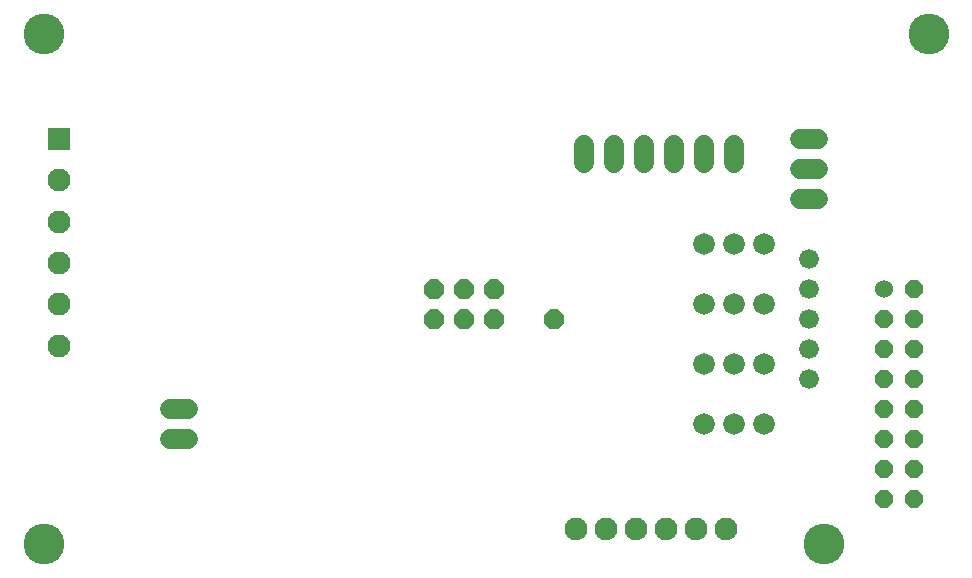
<source format=gbs>
G75*
G70*
%OFA0B0*%
%FSLAX24Y24*%
%IPPOS*%
%LPD*%
%AMOC8*
5,1,8,0,0,1.08239X$1,22.5*
%
%ADD10C,0.1360*%
%ADD11C,0.0660*%
%ADD12C,0.0600*%
%ADD13OC8,0.0600*%
%ADD14OC8,0.0660*%
%ADD15C,0.0760*%
%ADD16C,0.0720*%
%ADD17C,0.0660*%
%ADD18R,0.0769X0.0769*%
%ADD19C,0.0769*%
D10*
X002180Y002180D03*
X028180Y002180D03*
X031680Y019180D03*
X002180Y019180D03*
D11*
X020180Y015480D02*
X020180Y014880D01*
X021180Y014880D02*
X021180Y015480D01*
X022180Y015480D02*
X022180Y014880D01*
X023180Y014880D02*
X023180Y015480D01*
X024180Y015480D02*
X024180Y014880D01*
X025180Y014880D02*
X025180Y015480D01*
X027380Y015680D02*
X027980Y015680D01*
X027980Y014680D02*
X027380Y014680D01*
X027380Y013680D02*
X027980Y013680D01*
X006980Y006680D02*
X006380Y006680D01*
X006380Y005680D02*
X006980Y005680D01*
D12*
X030180Y010680D03*
D13*
X031180Y010680D03*
X031180Y009680D03*
X030180Y009680D03*
X030180Y008680D03*
X031180Y008680D03*
X031180Y007680D03*
X030180Y007680D03*
X030180Y006680D03*
X031180Y006680D03*
X031180Y005680D03*
X030180Y005680D03*
X030180Y004680D03*
X031180Y004680D03*
X031180Y003680D03*
X030180Y003680D03*
D14*
X019180Y009680D03*
X017180Y009680D03*
X016180Y009680D03*
X015180Y009680D03*
X015180Y010680D03*
X016180Y010680D03*
X017180Y010680D03*
D15*
X019930Y002680D03*
X020930Y002680D03*
X021930Y002680D03*
X022930Y002680D03*
X023930Y002680D03*
X024930Y002680D03*
D16*
X025180Y006180D03*
X024180Y006180D03*
X026180Y006180D03*
X026180Y008180D03*
X025180Y008180D03*
X024180Y008180D03*
X024180Y010180D03*
X025180Y010180D03*
X026180Y010180D03*
X026180Y012180D03*
X025180Y012180D03*
X024180Y012180D03*
D17*
X027680Y011680D03*
X027680Y010680D03*
X027680Y009680D03*
X027680Y008680D03*
X027680Y007680D03*
D18*
X002680Y015680D03*
D19*
X002680Y014302D03*
X002680Y012924D03*
X002680Y011546D03*
X002680Y010168D03*
X002680Y008790D03*
M02*

</source>
